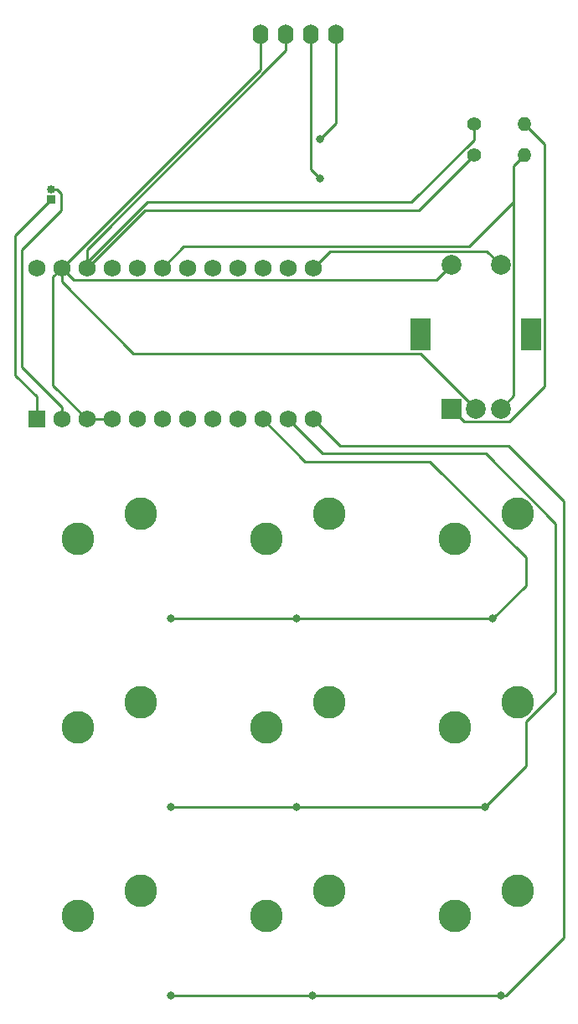
<source format=gbr>
%TF.GenerationSoftware,KiCad,Pcbnew,7.0.10*%
%TF.CreationDate,2024-04-28T13:40:23+05:00*%
%TF.ProjectId,custom_keyboard,63757374-6f6d-45f6-9b65-79626f617264,rev?*%
%TF.SameCoordinates,Original*%
%TF.FileFunction,Copper,L1,Top*%
%TF.FilePolarity,Positive*%
%FSLAX46Y46*%
G04 Gerber Fmt 4.6, Leading zero omitted, Abs format (unit mm)*
G04 Created by KiCad (PCBNEW 7.0.10) date 2024-04-28 13:40:23*
%MOMM*%
%LPD*%
G01*
G04 APERTURE LIST*
%TA.AperFunction,ComponentPad*%
%ADD10C,1.400000*%
%TD*%
%TA.AperFunction,ComponentPad*%
%ADD11O,1.400000X1.400000*%
%TD*%
%TA.AperFunction,ComponentPad*%
%ADD12O,1.600000X2.000000*%
%TD*%
%TA.AperFunction,ComponentPad*%
%ADD13R,2.000000X2.000000*%
%TD*%
%TA.AperFunction,ComponentPad*%
%ADD14C,2.000000*%
%TD*%
%TA.AperFunction,ComponentPad*%
%ADD15R,2.000000X3.200000*%
%TD*%
%TA.AperFunction,ComponentPad*%
%ADD16R,1.752600X1.752600*%
%TD*%
%TA.AperFunction,ComponentPad*%
%ADD17C,1.752600*%
%TD*%
%TA.AperFunction,ComponentPad*%
%ADD18R,0.850000X0.850000*%
%TD*%
%TA.AperFunction,ComponentPad*%
%ADD19O,0.850000X0.850000*%
%TD*%
%TA.AperFunction,ComponentPad*%
%ADD20C,3.300000*%
%TD*%
%TA.AperFunction,ViaPad*%
%ADD21C,0.800000*%
%TD*%
%TA.AperFunction,Conductor*%
%ADD22C,0.250000*%
%TD*%
G04 APERTURE END LIST*
D10*
%TO.P,R2,1*%
%TO.N,+5V*%
X63182500Y-30162500D03*
D11*
%TO.P,R2,2*%
%TO.N,Net-(U1-F5)*%
X68262500Y-30162500D03*
%TD*%
D10*
%TO.P,R1,1*%
%TO.N,+5V*%
X63182500Y-27012500D03*
D11*
%TO.P,R1,2*%
%TO.N,Net-(U1-F4)*%
X68262500Y-27012500D03*
%TD*%
D12*
%TO.P,Brd1,1,GND*%
%TO.N,GND*%
X41623750Y-17975000D03*
%TO.P,Brd1,2,VCC*%
%TO.N,+5V*%
X44163750Y-17975000D03*
%TO.P,Brd1,3,SCL*%
%TO.N,Net-(Brd1-SCL)*%
X46703750Y-17975000D03*
%TO.P,Brd1,4,SDA*%
%TO.N,Net-(Brd1-SDA)*%
X49243750Y-17975000D03*
%TD*%
D13*
%TO.P,SW1,A,A*%
%TO.N,Net-(U1-F4)*%
X60881250Y-55775000D03*
D14*
%TO.P,SW1,B,B*%
%TO.N,Net-(U1-F5)*%
X65881250Y-55775000D03*
%TO.P,SW1,C,C*%
%TO.N,GND*%
X63381250Y-55775000D03*
D15*
%TO.P,SW1,MP*%
%TO.N,N/C*%
X57781250Y-48275000D03*
X68981250Y-48275000D03*
D14*
%TO.P,SW1,S1,S1*%
%TO.N,Net-(U1-B6)*%
X65881250Y-41275000D03*
%TO.P,SW1,S2,S2*%
%TO.N,GND*%
X60881250Y-41275000D03*
%TD*%
D16*
%TO.P,U1,1,TX*%
%TO.N,Net-(J1-Pin_1)*%
X18973000Y-56832500D03*
D17*
%TO.P,U1,2,RX*%
%TO.N,Net-(J1-Pin_2)*%
X21513000Y-56832500D03*
%TO.P,U1,3,GND*%
%TO.N,GND*%
X24053000Y-56832500D03*
%TO.P,U1,4,GND*%
X26593000Y-56832500D03*
%TO.P,U1,5,SDA*%
%TO.N,Net-(Brd1-SDA)*%
X29133000Y-56832500D03*
%TO.P,U1,6,SCL*%
%TO.N,Net-(Brd1-SCL)*%
X31673000Y-56832500D03*
%TO.P,U1,7,D4*%
%TO.N,Column 0*%
X34213000Y-56832500D03*
%TO.P,U1,8,C6*%
%TO.N,Column 1*%
X36753000Y-56832500D03*
%TO.P,U1,9,D7*%
%TO.N,Column 2*%
X39293000Y-56832500D03*
%TO.P,U1,10,E6*%
%TO.N,Row 0*%
X41833000Y-56832500D03*
%TO.P,U1,11,B4*%
%TO.N,Row 1*%
X44373000Y-56832500D03*
%TO.P,U1,12,B5*%
%TO.N,Row 2*%
X46913000Y-56832500D03*
%TO.P,U1,13,B6*%
%TO.N,Net-(U1-B6)*%
X46913000Y-41592500D03*
%TO.P,U1,14,B2*%
%TO.N,unconnected-(U1-B2-Pad14)*%
X44373000Y-41592500D03*
%TO.P,U1,15,B3*%
%TO.N,unconnected-(U1-B3-Pad15)*%
X41833000Y-41592500D03*
%TO.P,U1,16,B1*%
%TO.N,unconnected-(U1-B1-Pad16)*%
X39293000Y-41592500D03*
%TO.P,U1,17,F7*%
%TO.N,unconnected-(U1-F7-Pad17)*%
X36753000Y-41592500D03*
%TO.P,U1,18,F6*%
%TO.N,unconnected-(U1-F6-Pad18)*%
X34213000Y-41592500D03*
%TO.P,U1,19,F5*%
%TO.N,Net-(U1-F5)*%
X31673000Y-41592500D03*
%TO.P,U1,20,F4*%
%TO.N,Net-(U1-F4)*%
X29133000Y-41592500D03*
%TO.P,U1,21,VCC*%
%TO.N,unconnected-(U1-VCC-Pad21)*%
X26593000Y-41592500D03*
%TO.P,U1,22,RST*%
%TO.N,+5V*%
X24053000Y-41592500D03*
%TO.P,U1,23,GND*%
%TO.N,GND*%
X21513000Y-41592500D03*
%TO.P,U1,24,RAW*%
%TO.N,unconnected-(U1-RAW-Pad24)*%
X18973000Y-41592500D03*
%TD*%
D18*
%TO.P,J1,1,Pin_1*%
%TO.N,Net-(J1-Pin_1)*%
X20425000Y-34631250D03*
D19*
%TO.P,J1,2,Pin_2*%
%TO.N,Net-(J1-Pin_2)*%
X20425000Y-33631250D03*
%TD*%
D20*
%TO.P,MX1,1,1*%
%TO.N,Column 0*%
X23177500Y-68897500D03*
%TO.P,MX1,2,2*%
%TO.N,Net-(D1-A)*%
X29527500Y-66357500D03*
%TD*%
%TO.P,MX2,1,1*%
%TO.N,Column 1*%
X42227500Y-68897500D03*
%TO.P,MX2,2,2*%
%TO.N,Net-(D2-A)*%
X48577500Y-66357500D03*
%TD*%
%TO.P,MX5,1,1*%
%TO.N,Column 1*%
X42227500Y-87947500D03*
%TO.P,MX5,2,2*%
%TO.N,Net-(D5-A)*%
X48577500Y-85407500D03*
%TD*%
%TO.P,MX4,1,1*%
%TO.N,Column 0*%
X23177500Y-87947500D03*
%TO.P,MX4,2,2*%
%TO.N,Net-(D4-A)*%
X29527500Y-85407500D03*
%TD*%
%TO.P,MX7,1,1*%
%TO.N,Column 0*%
X23177500Y-106997500D03*
%TO.P,MX7,2,2*%
%TO.N,Net-(D7-A)*%
X29527500Y-104457500D03*
%TD*%
%TO.P,MX9,1,1*%
%TO.N,Column 2*%
X61277500Y-106997500D03*
%TO.P,MX9,2,2*%
%TO.N,Net-(D9-A)*%
X67627500Y-104457500D03*
%TD*%
%TO.P,MX6,1,1*%
%TO.N,Column 2*%
X61277500Y-87947500D03*
%TO.P,MX6,2,2*%
%TO.N,Net-(D6-A)*%
X67627500Y-85407500D03*
%TD*%
%TO.P,MX8,1,1*%
%TO.N,Column 1*%
X42227500Y-106997500D03*
%TO.P,MX8,2,2*%
%TO.N,Net-(D8-A)*%
X48577500Y-104457500D03*
%TD*%
%TO.P,MX3,1,1*%
%TO.N,Column 2*%
X61277500Y-68897500D03*
%TO.P,MX3,2,2*%
%TO.N,Net-(D3-A)*%
X67627500Y-66357500D03*
%TD*%
D21*
%TO.N,Row 0*%
X32543750Y-76993750D03*
X45243750Y-76993750D03*
X65087500Y-76993750D03*
X32543750Y-76993750D03*
%TO.N,Row 1*%
X32543750Y-96043750D03*
X64293750Y-96043750D03*
X45243750Y-96043750D03*
%TO.N,Row 2*%
X46831250Y-115093750D03*
X65881250Y-115093750D03*
X32543750Y-115093750D03*
%TO.N,Net-(Brd1-SDA)*%
X47625000Y-28575000D03*
%TO.N,Net-(Brd1-SCL)*%
X47625000Y-32543750D03*
%TD*%
D22*
%TO.N,+5V*%
X63182500Y-28605000D02*
X63182500Y-27012500D01*
X56862500Y-34925000D02*
X63182500Y-28605000D01*
X29926750Y-35718750D02*
X57626250Y-35718750D01*
X57626250Y-35718750D02*
X63182500Y-30162500D01*
X24053000Y-41592500D02*
X29926750Y-35718750D01*
%TO.N,Net-(U1-F4)*%
X70306250Y-29056250D02*
X68262500Y-27012500D01*
X66725000Y-57100000D02*
X70306250Y-53518750D01*
X70306250Y-53518750D02*
X70306250Y-29056250D01*
X62206250Y-57100000D02*
X66725000Y-57100000D01*
X60881250Y-55775000D02*
X62206250Y-57100000D01*
%TO.N,Net-(U1-F5)*%
X67206250Y-34925000D02*
X67206250Y-31218750D01*
X67206250Y-31218750D02*
X68262500Y-30162500D01*
X33840208Y-39425292D02*
X62705958Y-39425292D01*
X31673000Y-41592500D02*
X33840208Y-39425292D01*
X67206250Y-38893750D02*
X67206250Y-34925000D01*
X62705958Y-39425292D02*
X67206250Y-34925000D01*
X67206250Y-54450000D02*
X67206250Y-38893750D01*
%TO.N,+5V*%
X24053000Y-41034500D02*
X24053000Y-41592500D01*
X56862500Y-34925000D02*
X30162500Y-34925000D01*
X30162500Y-34925000D02*
X24053000Y-41034500D01*
%TO.N,Net-(U1-F5)*%
X65881250Y-55775000D02*
X67206250Y-54450000D01*
%TO.N,Net-(U1-B6)*%
X64481542Y-39875292D02*
X48630208Y-39875292D01*
X48630208Y-39875292D02*
X46913000Y-41592500D01*
X65881250Y-41275000D02*
X64481542Y-39875292D01*
%TO.N,GND*%
X21513000Y-42944250D02*
X21513000Y-41592500D01*
X28768750Y-50200000D02*
X21513000Y-42944250D01*
X57806250Y-50200000D02*
X28768750Y-50200000D01*
X63381250Y-55775000D02*
X57806250Y-50200000D01*
X22714300Y-42793800D02*
X21513000Y-41592500D01*
X59362450Y-42793800D02*
X22714300Y-42793800D01*
X60881250Y-41275000D02*
X59362450Y-42793800D01*
X20637500Y-53417000D02*
X20637500Y-42468000D01*
X24053000Y-56832500D02*
X20637500Y-53417000D01*
X20637500Y-42468000D02*
X21513000Y-41592500D01*
%TO.N,Row 0*%
X46119250Y-61118750D02*
X41833000Y-56832500D01*
X65087500Y-76993750D02*
X45243750Y-76993750D01*
X32543750Y-76993750D02*
X45243750Y-76993750D01*
X68445572Y-70826822D02*
X58737500Y-61118750D01*
X58737500Y-61118750D02*
X46119250Y-61118750D01*
X68445572Y-73635678D02*
X68445572Y-70826822D01*
X65087500Y-76993750D02*
X68445572Y-73635678D01*
%TO.N,Row 1*%
X64388072Y-60325000D02*
X47865500Y-60325000D01*
X68445572Y-87382500D02*
X71437500Y-84390572D01*
X32543750Y-96043750D02*
X45243750Y-96043750D01*
X64293750Y-96043750D02*
X68445572Y-91891928D01*
X68445572Y-91891928D02*
X68445572Y-87382500D01*
X71437500Y-67374428D02*
X64388072Y-60325000D01*
X45243750Y-96043750D02*
X64293750Y-96043750D01*
X71437500Y-84390572D02*
X71437500Y-67374428D01*
X47865500Y-60325000D02*
X44373000Y-56832500D01*
%TO.N,Row 2*%
X46831250Y-115093750D02*
X65881250Y-115093750D01*
X72231250Y-109241517D02*
X72231250Y-65087500D01*
X32543750Y-115093750D02*
X46831250Y-115093750D01*
X66379017Y-115093750D02*
X72231250Y-109241517D01*
X49611750Y-59531250D02*
X46913000Y-56832500D01*
X66675000Y-59531250D02*
X49611750Y-59531250D01*
X72231250Y-65087500D02*
X66675000Y-59531250D01*
X65881250Y-115093750D02*
X66379017Y-115093750D01*
%TO.N,Net-(J1-Pin_1)*%
X18973000Y-54566750D02*
X18973000Y-56832500D01*
X16793750Y-52387500D02*
X18973000Y-54566750D01*
X16793750Y-38262500D02*
X16793750Y-52387500D01*
X20425000Y-34631250D02*
X16793750Y-38262500D01*
%TO.N,Net-(J1-Pin_2)*%
X20425000Y-33631250D02*
X21026040Y-33631250D01*
X17462500Y-51593750D02*
X21513000Y-55644250D01*
X21431250Y-35718750D02*
X17462500Y-39687500D01*
X21431250Y-34036460D02*
X21431250Y-35718750D01*
X21026040Y-33631250D02*
X21431250Y-34036460D01*
X21513000Y-55644250D02*
X21513000Y-56832500D01*
X17462500Y-39687500D02*
X17462500Y-51593750D01*
%TO.N,GND*%
X41623750Y-17975000D02*
X41623750Y-21481750D01*
X24053000Y-56832500D02*
X26593000Y-56832500D01*
X41623750Y-21481750D02*
X21513000Y-41592500D01*
%TO.N,Net-(Brd1-SDA)*%
X49243750Y-26956250D02*
X47625000Y-28575000D01*
X49243750Y-17975000D02*
X49243750Y-26956250D01*
%TO.N,Net-(Brd1-SCL)*%
X46703750Y-31622500D02*
X47625000Y-32543750D01*
X46703750Y-17975000D02*
X46703750Y-31622500D01*
%TO.N,+5V*%
X24053000Y-39688896D02*
X24053000Y-41592500D01*
X44163750Y-19578146D02*
X24053000Y-39688896D01*
X44163750Y-17975000D02*
X44163750Y-19578146D01*
%TD*%
M02*

</source>
